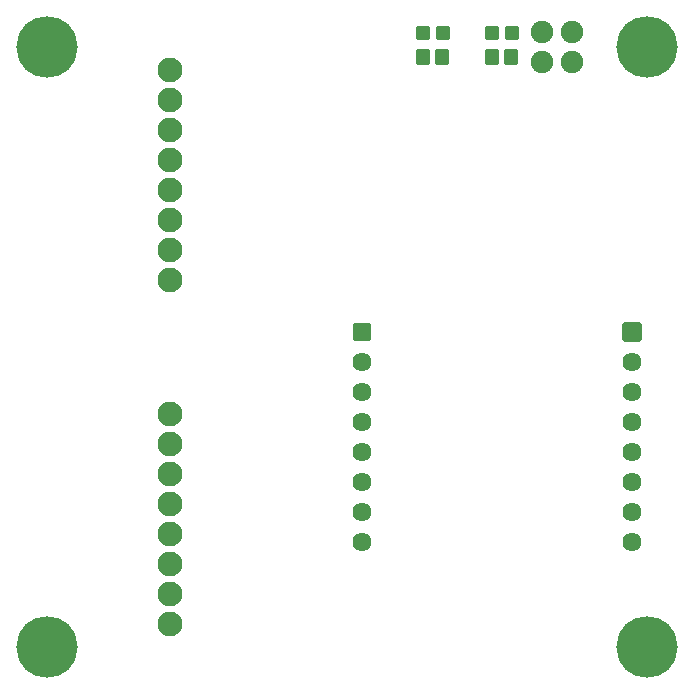
<source format=gts>
G04 Layer: TopSolderMaskLayer*
G04 EasyEDA v6.5.32, 2023-07-25 14:04:49*
G04 3427a68e04624d36b5ebd798919f52c8,5a6b42c53f6a479593ecc07194224c93,10*
G04 Gerber Generator version 0.2*
G04 Scale: 100 percent, Rotated: No, Reflected: No *
G04 Dimensions in millimeters *
G04 leading zeros omitted , absolute positions ,4 integer and 5 decimal *
%FSLAX45Y45*%
%MOMM*%

%AMMACRO1*1,1,$1,$2,$3*1,1,$1,$4,$5*1,1,$1,0-$2,0-$3*1,1,$1,0-$4,0-$5*20,1,$1,$2,$3,$4,$5,0*20,1,$1,$4,$5,0-$2,0-$3,0*20,1,$1,0-$2,0-$3,0-$4,0-$5,0*20,1,$1,0-$4,0-$5,$2,$3,0*4,1,4,$2,$3,$4,$5,0-$2,0-$3,0-$4,0-$5,$2,$3,0*%
%ADD10MACRO1,0.2032X-0.45X-0.5X-0.45X0.5*%
%ADD11MACRO1,0.2032X0.5X-0.55X-0.5X-0.55*%
%ADD12MACRO1,0.1016X-0.7074X0.7074X0.7074X0.7074*%
%ADD13C,1.6180*%
%ADD14MACRO1,0.2032X-0.7074X0.7074X0.7074X0.7074*%
%ADD15C,5.2032*%
%ADD16C,2.1016*%
%ADD17C,1.9016*%

%LPD*%
D10*
G01*
X3559891Y5575292D03*
G01*
X3729890Y5575292D03*
D11*
G01*
X3564892Y5372100D03*
G01*
X3724892Y5372100D03*
D12*
G01*
X3048000Y3048000D03*
D13*
G01*
X3048000Y2794000D03*
G01*
X3048000Y2540000D03*
G01*
X3048000Y2286000D03*
G01*
X3048000Y2032000D03*
G01*
X3048000Y1778000D03*
G01*
X3048000Y1524000D03*
G01*
X3048000Y1270000D03*
D14*
G01*
X5334000Y3048000D03*
D13*
G01*
X5334000Y2794000D03*
G01*
X5334000Y2540000D03*
G01*
X5334000Y2286000D03*
G01*
X5334000Y2032000D03*
G01*
X5334000Y1778000D03*
G01*
X5334000Y1524000D03*
G01*
X5334000Y1270000D03*
D11*
G01*
X4149092Y5372100D03*
G01*
X4309092Y5372100D03*
D10*
G01*
X4144091Y5575292D03*
G01*
X4314090Y5575292D03*
D15*
G01*
X5461000Y381000D03*
G01*
X381000Y381000D03*
G01*
X381000Y5461000D03*
G01*
X5461000Y5461000D03*
D16*
G01*
X1418793Y5260594D03*
G01*
X1418793Y5006594D03*
G01*
X1418793Y4752594D03*
G01*
X1418793Y4498594D03*
G01*
X1418793Y4244594D03*
G01*
X1418793Y3990594D03*
G01*
X1418793Y3736594D03*
G01*
X1418793Y3482594D03*
G01*
X1418818Y574294D03*
G01*
X1418818Y828294D03*
G01*
X1418818Y1082294D03*
G01*
X1418818Y1336294D03*
G01*
X1418818Y1590294D03*
G01*
X1418818Y1844294D03*
G01*
X1418818Y2098294D03*
G01*
X1418818Y2352294D03*
D17*
G01*
X4826000Y5588000D03*
G01*
X4826000Y5334000D03*
G01*
X4572000Y5334000D03*
G01*
X4572000Y5588000D03*
M02*

</source>
